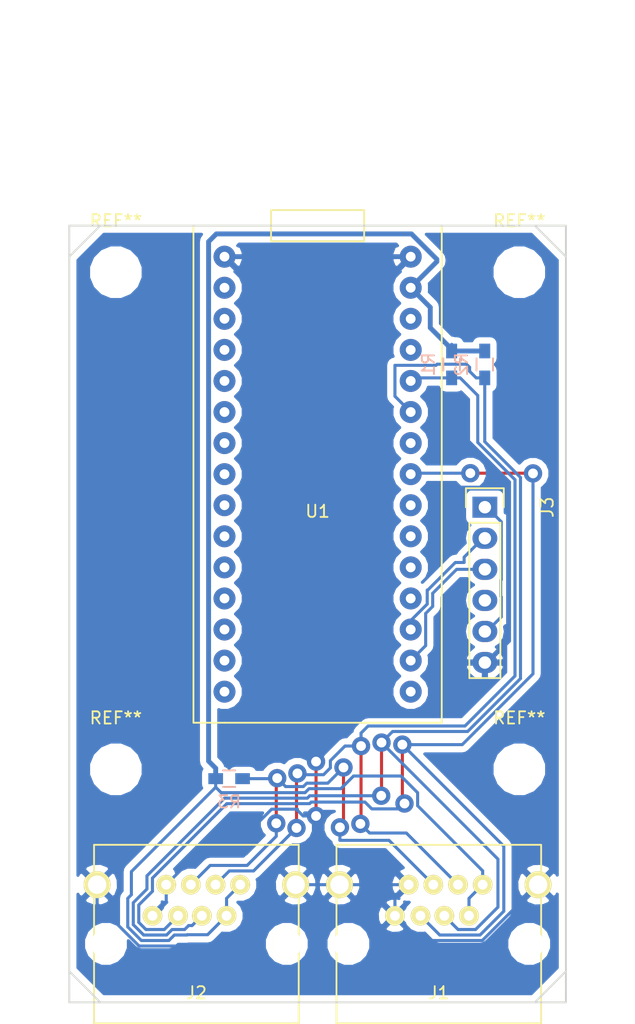
<source format=kicad_pcb>
(kicad_pcb (version 4) (host pcbnew 4.0.7)

  (general
    (links 30)
    (no_connects 0)
    (area 98.392857 70.96 150.527143 154.395001)
    (thickness 1.6)
    (drawings 11)
    (tracks 238)
    (zones 0)
    (modules 11)
    (nets 33)
  )

  (page A4)
  (layers
    (0 F.Cu signal)
    (31 B.Cu signal)
    (32 B.Adhes user)
    (33 F.Adhes user)
    (34 B.Paste user)
    (35 F.Paste user)
    (36 B.SilkS user)
    (37 F.SilkS user)
    (38 B.Mask user)
    (39 F.Mask user)
    (40 Dwgs.User user)
    (41 Cmts.User user)
    (42 Eco1.User user)
    (43 Eco2.User user)
    (44 Edge.Cuts user)
    (45 Margin user)
    (46 B.CrtYd user)
    (47 F.CrtYd user)
    (48 B.Fab user)
    (49 F.Fab user)
  )

  (setup
    (last_trace_width 0.25)
    (trace_clearance 0.2)
    (zone_clearance 0.508)
    (zone_45_only no)
    (trace_min 0.2)
    (segment_width 0.2)
    (edge_width 0.15)
    (via_size 1.5)
    (via_drill 0.8)
    (via_min_size 0.4)
    (via_min_drill 0.3)
    (uvia_size 0.3)
    (uvia_drill 0.1)
    (uvias_allowed no)
    (uvia_min_size 0.2)
    (uvia_min_drill 0.1)
    (pcb_text_width 0.3)
    (pcb_text_size 1.5 1.5)
    (mod_edge_width 0.15)
    (mod_text_size 1 1)
    (mod_text_width 0.15)
    (pad_size 1.524 1.524)
    (pad_drill 0.762)
    (pad_to_mask_clearance 0.2)
    (aux_axis_origin 0 0)
    (visible_elements FFFFFF7F)
    (pcbplotparams
      (layerselection 0x01000_80000000)
      (usegerberextensions false)
      (excludeedgelayer true)
      (linewidth 0.200000)
      (plotframeref false)
      (viasonmask false)
      (mode 1)
      (useauxorigin false)
      (hpglpennumber 1)
      (hpglpenspeed 20)
      (hpglpendiameter 15)
      (hpglpenoverlay 2)
      (psnegative false)
      (psa4output false)
      (plotreference true)
      (plotvalue true)
      (plotinvisibletext false)
      (padsonsilk false)
      (subtractmaskfromsilk false)
      (outputformat 1)
      (mirror false)
      (drillshape 0)
      (scaleselection 1)
      (outputdirectory ""))
  )

  (net 0 "")
  (net 1 GND)
  (net 2 SCL)
  (net 3 RESET)
  (net 4 INT)
  (net 5 SDA)
  (net 6 "Net-(J3-Pad1)")
  (net 7 "Net-(J3-Pad2)")
  (net 8 "Net-(J3-Pad3)")
  (net 9 "Net-(U1-Pad4)")
  (net 10 "Net-(U1-Pad3)")
  (net 11 "Net-(U1-Pad7)")
  (net 12 "Net-(U1-Pad5)")
  (net 13 "Net-(U1-Pad8)")
  (net 14 "Net-(U1-Pad9)")
  (net 15 "Net-(U1-Pad10)")
  (net 16 "Net-(U1-Pad6)")
  (net 17 "Net-(U1-Pad11)")
  (net 18 "Net-(U1-Pad2)")
  (net 19 "Net-(U1-Pad12)")
  (net 20 "Net-(U1-Pad13)")
  (net 21 "Net-(U1-Pad14)")
  (net 22 "Net-(U1-Pad15)")
  (net 23 "Net-(U1-Pad24)")
  (net 24 "Net-(U1-Pad22)")
  (net 25 "Net-(U1-Pad27)")
  (net 26 "Net-(U1-Pad28)")
  (net 27 "Net-(U1-Pad21)")
  (net 28 "Net-(U1-Pad20)")
  (net 29 "Net-(U1-Pad19)")
  (net 30 "Net-(U1-Pad16)")
  (net 31 VDD)
  (net 32 "Net-(J3-Pad4)")

  (net_class Default "これは標準のネット クラスです。"
    (clearance 0.2)
    (trace_width 0.25)
    (via_dia 1.5)
    (via_drill 0.8)
    (uvia_dia 0.3)
    (uvia_drill 0.1)
    (add_net INT)
    (add_net "Net-(J3-Pad1)")
    (add_net "Net-(J3-Pad2)")
    (add_net "Net-(J3-Pad3)")
    (add_net "Net-(J3-Pad4)")
    (add_net "Net-(U1-Pad10)")
    (add_net "Net-(U1-Pad11)")
    (add_net "Net-(U1-Pad12)")
    (add_net "Net-(U1-Pad13)")
    (add_net "Net-(U1-Pad14)")
    (add_net "Net-(U1-Pad15)")
    (add_net "Net-(U1-Pad16)")
    (add_net "Net-(U1-Pad19)")
    (add_net "Net-(U1-Pad2)")
    (add_net "Net-(U1-Pad20)")
    (add_net "Net-(U1-Pad21)")
    (add_net "Net-(U1-Pad22)")
    (add_net "Net-(U1-Pad24)")
    (add_net "Net-(U1-Pad27)")
    (add_net "Net-(U1-Pad28)")
    (add_net "Net-(U1-Pad3)")
    (add_net "Net-(U1-Pad4)")
    (add_net "Net-(U1-Pad5)")
    (add_net "Net-(U1-Pad6)")
    (add_net "Net-(U1-Pad7)")
    (add_net "Net-(U1-Pad8)")
    (add_net "Net-(U1-Pad9)")
    (add_net RESET)
    (add_net SCL)
    (add_net SDA)
  )

  (net_class power ""
    (clearance 0.2)
    (trace_width 0.4)
    (via_dia 1.5)
    (via_drill 0.8)
    (uvia_dia 0.3)
    (uvia_drill 0.1)
    (add_net GND)
    (add_net VDD)
  )

  (module LPC11U35-QUICKSTART-BOARD (layer F.Cu) (tedit 5A9D61C0) (tstamp 5A9ADBE2)
    (at 124.46 111.76)
    (path /5A9AD1F9)
    (fp_text reference U1 (at 0 0.5) (layer F.SilkS)
      (effects (font (size 1 1) (thickness 0.15)))
    )
    (fp_text value LPC11U35-QUICKSTART-BOARD (at 0 -0.5) (layer F.Fab)
      (effects (font (size 1 1) (thickness 0.15)))
    )
    (fp_line (start -10.16 -22.86) (end -8.89 -22.86) (layer F.SilkS) (width 0.15))
    (fp_line (start -10.16 17.78) (end -10.16 -22.86) (layer F.SilkS) (width 0.15))
    (fp_line (start -7.62 17.78) (end -10.16 17.78) (layer F.SilkS) (width 0.15))
    (fp_line (start 10.16 -22.86) (end 10.16 17.78) (layer F.SilkS) (width 0.15))
    (fp_line (start 8.89 -22.86) (end 10.16 -22.86) (layer F.SilkS) (width 0.15))
    (fp_line (start 3.81 -21.59) (end 0 -21.59) (layer F.SilkS) (width 0.15))
    (fp_line (start 3.81 -24.13) (end 3.81 -21.59) (layer F.SilkS) (width 0.15))
    (fp_line (start -3.81 -24.13) (end 3.81 -24.13) (layer F.SilkS) (width 0.15))
    (fp_line (start -3.81 -21.59) (end -3.81 -24.13) (layer F.SilkS) (width 0.15))
    (fp_line (start 0 -21.59) (end -3.81 -21.59) (layer F.SilkS) (width 0.15))
    (fp_line (start 10.16 17.78) (end -7.62 17.78) (layer F.SilkS) (width 0.15))
    (fp_line (start -8.89 -22.86) (end 8.89 -22.86) (layer F.SilkS) (width 0.15))
    (pad 4 thru_hole circle (at -7.62 -12.7) (size 1.8 1.8) (drill 0.8) (layers *.Cu *.Mask)
      (net 9 "Net-(U1-Pad4)"))
    (pad 3 thru_hole circle (at -7.62 -15.24) (size 1.8 1.8) (drill 0.8) (layers *.Cu *.Mask)
      (net 10 "Net-(U1-Pad3)"))
    (pad 7 thru_hole circle (at -7.62 -5.08) (size 1.8 1.8) (drill 0.8) (layers *.Cu *.Mask)
      (net 11 "Net-(U1-Pad7)"))
    (pad 5 thru_hole circle (at -7.62 -10.16) (size 1.8 1.8) (drill 0.8) (layers *.Cu *.Mask)
      (net 12 "Net-(U1-Pad5)"))
    (pad 8 thru_hole circle (at -7.62 -2.54) (size 1.8 1.8) (drill 0.8) (layers *.Cu *.Mask)
      (net 13 "Net-(U1-Pad8)"))
    (pad 9 thru_hole circle (at -7.62 0) (size 1.8 1.8) (drill 0.8) (layers *.Cu *.Mask)
      (net 14 "Net-(U1-Pad9)"))
    (pad 10 thru_hole circle (at -7.62 2.54) (size 1.8 1.8) (drill 0.8) (layers *.Cu *.Mask)
      (net 15 "Net-(U1-Pad10)"))
    (pad 6 thru_hole circle (at -7.62 -7.62) (size 1.8 1.8) (drill 0.8) (layers *.Cu *.Mask)
      (net 16 "Net-(U1-Pad6)"))
    (pad 11 thru_hole circle (at -7.62 5.08) (size 1.8 1.8) (drill 0.8) (layers *.Cu *.Mask)
      (net 17 "Net-(U1-Pad11)"))
    (pad 1 thru_hole circle (at -7.62 -20.32 90) (size 1.8 1.8) (drill 0.8) (layers *.Cu *.Mask)
      (net 1 GND))
    (pad 2 thru_hole circle (at -7.62 -17.78) (size 1.8 1.8) (drill 0.8) (layers *.Cu *.Mask)
      (net 18 "Net-(U1-Pad2)"))
    (pad 12 thru_hole circle (at -7.62 7.62) (size 1.8 1.8) (drill 0.8) (layers *.Cu *.Mask)
      (net 19 "Net-(U1-Pad12)"))
    (pad 13 thru_hole circle (at -7.62 10.16) (size 1.8 1.8) (drill 0.8) (layers *.Cu *.Mask)
      (net 20 "Net-(U1-Pad13)"))
    (pad 14 thru_hole circle (at -7.62 12.7) (size 1.8 1.8) (drill 0.8) (layers *.Cu *.Mask)
      (net 21 "Net-(U1-Pad14)"))
    (pad 15 thru_hole circle (at -7.62 15.24) (size 1.8 1.8) (drill 0.8) (layers *.Cu *.Mask)
      (net 22 "Net-(U1-Pad15)"))
    (pad 25 thru_hole circle (at 7.62 -7.62) (size 1.8 1.8) (drill 0.8) (layers *.Cu *.Mask)
      (net 2 SCL))
    (pad 24 thru_hole circle (at 7.62 -5.08) (size 1.8 1.8) (drill 0.8) (layers *.Cu *.Mask)
      (net 23 "Net-(U1-Pad24)"))
    (pad 23 thru_hole circle (at 7.62 -2.54) (size 1.8 1.8) (drill 0.8) (layers *.Cu *.Mask)
      (net 4 INT))
    (pad 22 thru_hole circle (at 7.62 0) (size 1.8 1.8) (drill 0.8) (layers *.Cu *.Mask)
      (net 24 "Net-(U1-Pad22)"))
    (pad 27 thru_hole circle (at 7.62 -12.7) (size 1.8 1.8) (drill 0.8) (layers *.Cu *.Mask)
      (net 25 "Net-(U1-Pad27)"))
    (pad 26 thru_hole circle (at 7.62 -10.16) (size 1.8 1.8) (drill 0.8) (layers *.Cu *.Mask)
      (net 5 SDA))
    (pad 29 thru_hole circle (at 7.62 -17.78) (size 1.8 1.8) (drill 0.8) (layers *.Cu *.Mask)
      (net 31 VDD))
    (pad 30 thru_hole circle (at 7.62 -20.32 90) (size 1.8 1.8) (drill 0.8) (layers *.Cu *.Mask)
      (net 1 GND))
    (pad 28 thru_hole circle (at 7.62 -15.24) (size 1.8 1.8) (drill 0.8) (layers *.Cu *.Mask)
      (net 26 "Net-(U1-Pad28)"))
    (pad 21 thru_hole circle (at 7.62 2.54) (size 1.8 1.8) (drill 0.8) (layers *.Cu *.Mask)
      (net 27 "Net-(U1-Pad21)"))
    (pad 17 thru_hole circle (at 7.62 12.7) (size 1.8 1.8) (drill 0.8) (layers *.Cu *.Mask)
      (net 8 "Net-(J3-Pad3)"))
    (pad 20 thru_hole circle (at 7.62 5.08) (size 1.8 1.8) (drill 0.8) (layers *.Cu *.Mask)
      (net 28 "Net-(U1-Pad20)"))
    (pad 19 thru_hole circle (at 7.62 7.62) (size 1.8 1.8) (drill 0.8) (layers *.Cu *.Mask)
      (net 29 "Net-(U1-Pad19)"))
    (pad 18 thru_hole circle (at 7.62 10.16) (size 1.8 1.8) (drill 0.8) (layers *.Cu *.Mask)
      (net 7 "Net-(J3-Pad2)"))
    (pad 16 thru_hole circle (at 7.62 15.24) (size 1.8 1.8) (drill 0.8) (layers *.Cu *.Mask)
      (net 30 "Net-(U1-Pad16)"))
  )

  (module Mounting_Holes:MountingHole_3.2mm_M3 (layer F.Cu) (tedit 56D1B4CB) (tstamp 5A9D3323)
    (at 140.97 92.71)
    (descr "Mounting Hole 3.2mm, no annular, M3")
    (tags "mounting hole 3.2mm no annular m3")
    (fp_text reference REF** (at 0 -4.2) (layer F.SilkS)
      (effects (font (size 1 1) (thickness 0.15)))
    )
    (fp_text value MountingHole_3.2mm_M3 (at 0 4.2) (layer F.Fab)
      (effects (font (size 1 1) (thickness 0.15)))
    )
    (fp_circle (center 0 0) (end 3.2 0) (layer Cmts.User) (width 0.15))
    (fp_circle (center 0 0) (end 3.45 0) (layer F.CrtYd) (width 0.05))
    (pad 1 np_thru_hole circle (at 0 0) (size 3.2 3.2) (drill 3.2) (layers *.Cu *.Mask))
  )

  (module Mounting_Holes:MountingHole_3.2mm_M3 (layer F.Cu) (tedit 56D1B4CB) (tstamp 5A9D331F)
    (at 107.95 92.71)
    (descr "Mounting Hole 3.2mm, no annular, M3")
    (tags "mounting hole 3.2mm no annular m3")
    (fp_text reference REF** (at 0 -4.2) (layer F.SilkS)
      (effects (font (size 1 1) (thickness 0.15)))
    )
    (fp_text value MountingHole_3.2mm_M3 (at 0 4.2) (layer F.Fab)
      (effects (font (size 1 1) (thickness 0.15)))
    )
    (fp_circle (center 0 0) (end 3.2 0) (layer Cmts.User) (width 0.15))
    (fp_circle (center 0 0) (end 3.45 0) (layer F.CrtYd) (width 0.05))
    (pad 1 np_thru_hole circle (at 0 0) (size 3.2 3.2) (drill 3.2) (layers *.Cu *.Mask))
  )

  (module Mounting_Holes:MountingHole_3.2mm_M3 (layer F.Cu) (tedit 56D1B4CB) (tstamp 5A9D331B)
    (at 107.95 133.35)
    (descr "Mounting Hole 3.2mm, no annular, M3")
    (tags "mounting hole 3.2mm no annular m3")
    (fp_text reference REF** (at 0 -4.2) (layer F.SilkS)
      (effects (font (size 1 1) (thickness 0.15)))
    )
    (fp_text value MountingHole_3.2mm_M3 (at 0 4.2) (layer F.Fab)
      (effects (font (size 1 1) (thickness 0.15)))
    )
    (fp_circle (center 0 0) (end 3.2 0) (layer Cmts.User) (width 0.15))
    (fp_circle (center 0 0) (end 3.45 0) (layer F.CrtYd) (width 0.05))
    (pad 1 np_thru_hole circle (at 0 0) (size 3.2 3.2) (drill 3.2) (layers *.Cu *.Mask))
  )

  (module footprint:RJ45-7810-XPXC (layer F.Cu) (tedit 5A9B9357) (tstamp 5A9ADB8D)
    (at 134.38 147.62)
    (path /5A9AD24D)
    (fp_text reference J1 (at 0 4) (layer F.SilkS)
      (effects (font (size 1 1) (thickness 0.15)))
    )
    (fp_text value RJ45 (at 0 -10) (layer F.Fab)
      (effects (font (size 1 1) (thickness 0.15)))
    )
    (fp_line (start 8.375 6.5) (end 8.375 -8.1) (layer F.SilkS) (width 0.15))
    (fp_line (start -8.375 6.5) (end 8.375 6.5) (layer F.SilkS) (width 0.15))
    (fp_line (start -8.375 6.5) (end -8.375 -8.1) (layer F.SilkS) (width 0.15))
    (fp_line (start -8.375 -8.1) (end 8.375 -8.1) (layer F.SilkS) (width 0.15))
    (pad "" np_thru_hole circle (at 7.4 0) (size 2.4 2.4) (drill 2.4) (layers *.Cu *.Mask F.SilkS))
    (pad "" np_thru_hole circle (at -7.4 0) (size 2.4 2.4) (drill 2.4) (layers *.Cu *.Mask F.SilkS))
    (pad 9 thru_hole circle (at 8.125 -4.84) (size 2.2 2.2) (drill 1.5) (layers *.Cu *.Mask F.SilkS)
      (net 1 GND))
    (pad 9 thru_hole circle (at -8.125 -4.84) (size 2.2 2.2) (drill 1.5) (layers *.Cu *.Mask F.SilkS)
      (net 1 GND))
    (pad 4 thru_hole circle (at 0.45 -2.3) (size 1.6 1.6) (drill 0.8) (layers *.Cu *.Mask F.SilkS)
      (net 2 SCL))
    (pad 2 thru_hole circle (at 2.47 -2.3) (size 1.6 1.6) (drill 0.8) (layers *.Cu *.Mask F.SilkS)
      (net 31 VDD))
    (pad 6 thru_hole circle (at -1.5 -2.3) (size 1.6 1.6) (drill 0.8) (layers *.Cu *.Mask F.SilkS)
      (net 4 INT))
    (pad 8 thru_hole circle (at -3.59 -2.3) (size 1.6 1.6) (drill 0.8) (layers *.Cu *.Mask F.SilkS)
      (net 1 GND))
    (pad 1 thru_hole circle (at 3.59 -4.84) (size 1.6 1.6) (drill 0.8) (layers *.Cu *.Mask F.SilkS)
      (net 31 VDD))
    (pad 3 thru_hole circle (at 1.57 -4.84) (size 1.6 1.6) (drill 0.8) (layers *.Cu *.Mask F.SilkS)
      (net 5 SDA))
    (pad 5 thru_hole circle (at -0.45 -4.84) (size 1.6 1.6) (drill 0.8) (layers *.Cu *.Mask F.SilkS)
      (net 3 RESET))
    (pad 7 thru_hole circle (at -2.47 -4.84) (size 1.6 1.6) (drill 0.8) (layers *.Cu *.Mask F.SilkS)
      (net 1 GND))
  )

  (module RJ45-7810-XPXC (layer F.Cu) (tedit 5A9B9357) (tstamp 5A9ADBA1)
    (at 114.54 147.62)
    (path /5A9AD4BB)
    (fp_text reference J2 (at 0 4) (layer F.SilkS)
      (effects (font (size 1 1) (thickness 0.15)))
    )
    (fp_text value RJ45 (at 0 -10) (layer F.Fab)
      (effects (font (size 1 1) (thickness 0.15)))
    )
    (fp_line (start 8.375 6.5) (end 8.375 -8.1) (layer F.SilkS) (width 0.15))
    (fp_line (start -8.375 6.5) (end 8.375 6.5) (layer F.SilkS) (width 0.15))
    (fp_line (start -8.375 6.5) (end -8.375 -8.1) (layer F.SilkS) (width 0.15))
    (fp_line (start -8.375 -8.1) (end 8.375 -8.1) (layer F.SilkS) (width 0.15))
    (pad "" np_thru_hole circle (at 7.4 0) (size 2.4 2.4) (drill 2.4) (layers *.Cu *.Mask F.SilkS))
    (pad "" np_thru_hole circle (at -7.4 0) (size 2.4 2.4) (drill 2.4) (layers *.Cu *.Mask F.SilkS))
    (pad 9 thru_hole circle (at 8.125 -4.84) (size 2.2 2.2) (drill 1.5) (layers *.Cu *.Mask F.SilkS)
      (net 1 GND))
    (pad 9 thru_hole circle (at -8.125 -4.84) (size 2.2 2.2) (drill 1.5) (layers *.Cu *.Mask F.SilkS)
      (net 1 GND))
    (pad 4 thru_hole circle (at 0.45 -2.3) (size 1.6 1.6) (drill 0.8) (layers *.Cu *.Mask F.SilkS)
      (net 2 SCL))
    (pad 2 thru_hole circle (at 2.47 -2.3) (size 1.6 1.6) (drill 0.8) (layers *.Cu *.Mask F.SilkS)
      (net 31 VDD))
    (pad 6 thru_hole circle (at -1.5 -2.3) (size 1.6 1.6) (drill 0.8) (layers *.Cu *.Mask F.SilkS)
      (net 4 INT))
    (pad 8 thru_hole circle (at -3.59 -2.3) (size 1.6 1.6) (drill 0.8) (layers *.Cu *.Mask F.SilkS)
      (net 1 GND))
    (pad 1 thru_hole circle (at 3.59 -4.84) (size 1.6 1.6) (drill 0.8) (layers *.Cu *.Mask F.SilkS)
      (net 31 VDD))
    (pad 3 thru_hole circle (at 1.57 -4.84) (size 1.6 1.6) (drill 0.8) (layers *.Cu *.Mask F.SilkS)
      (net 5 SDA))
    (pad 5 thru_hole circle (at -0.45 -4.84) (size 1.6 1.6) (drill 0.8) (layers *.Cu *.Mask F.SilkS)
      (net 3 RESET))
    (pad 7 thru_hole circle (at -2.47 -4.84) (size 1.6 1.6) (drill 0.8) (layers *.Cu *.Mask F.SilkS)
      (net 1 GND))
  )

  (module Socket_Strips:Socket_Strip_Straight_1x06 (layer F.Cu) (tedit 0) (tstamp 5A9ADBAB)
    (at 138.15 111.92 270)
    (descr "Through hole socket strip")
    (tags "socket strip")
    (path /5A9ADACD)
    (fp_text reference J3 (at 0 -5.1 270) (layer F.SilkS)
      (effects (font (size 1 1) (thickness 0.15)))
    )
    (fp_text value Serial (at 0 -3.1 270) (layer F.Fab)
      (effects (font (size 1 1) (thickness 0.15)))
    )
    (fp_line (start -1.75 -1.75) (end -1.75 1.75) (layer F.CrtYd) (width 0.05))
    (fp_line (start 14.45 -1.75) (end 14.45 1.75) (layer F.CrtYd) (width 0.05))
    (fp_line (start -1.75 -1.75) (end 14.45 -1.75) (layer F.CrtYd) (width 0.05))
    (fp_line (start -1.75 1.75) (end 14.45 1.75) (layer F.CrtYd) (width 0.05))
    (fp_line (start 1.27 1.27) (end 13.97 1.27) (layer F.SilkS) (width 0.15))
    (fp_line (start 13.97 1.27) (end 13.97 -1.27) (layer F.SilkS) (width 0.15))
    (fp_line (start 13.97 -1.27) (end 1.27 -1.27) (layer F.SilkS) (width 0.15))
    (fp_line (start -1.55 1.55) (end 0 1.55) (layer F.SilkS) (width 0.15))
    (fp_line (start 1.27 1.27) (end 1.27 -1.27) (layer F.SilkS) (width 0.15))
    (fp_line (start 0 -1.55) (end -1.55 -1.55) (layer F.SilkS) (width 0.15))
    (fp_line (start -1.55 -1.55) (end -1.55 1.55) (layer F.SilkS) (width 0.15))
    (pad 1 thru_hole rect (at 0 0 270) (size 1.7272 2.032) (drill 1.016) (layers *.Cu *.Mask)
      (net 6 "Net-(J3-Pad1)"))
    (pad 2 thru_hole oval (at 2.54 0 270) (size 1.7272 2.032) (drill 1.016) (layers *.Cu *.Mask)
      (net 7 "Net-(J3-Pad2)"))
    (pad 3 thru_hole oval (at 5.08 0 270) (size 1.7272 2.032) (drill 1.016) (layers *.Cu *.Mask)
      (net 8 "Net-(J3-Pad3)"))
    (pad 4 thru_hole oval (at 7.62 0 270) (size 1.7272 2.032) (drill 1.016) (layers *.Cu *.Mask)
      (net 32 "Net-(J3-Pad4)"))
    (pad 5 thru_hole oval (at 10.16 0 270) (size 1.7272 2.032) (drill 1.016) (layers *.Cu *.Mask)
      (net 6 "Net-(J3-Pad1)"))
    (pad 6 thru_hole oval (at 12.7 0 270) (size 1.7272 2.032) (drill 1.016) (layers *.Cu *.Mask)
      (net 1 GND))
    (model Socket_Strips.3dshapes/Socket_Strip_Straight_1x06.wrl
      (at (xyz 0.25 0 0))
      (scale (xyz 1 1 1))
      (rotate (xyz 0 0 180))
    )
  )

  (module Resistors_SMD:R_0603_HandSoldering (layer B.Cu) (tedit 58307AEF) (tstamp 5A9ADBB1)
    (at 135.43 100.25 270)
    (descr "Resistor SMD 0603, hand soldering")
    (tags "resistor 0603")
    (path /5A9AD547)
    (attr smd)
    (fp_text reference R1 (at 0 1.9 270) (layer B.SilkS)
      (effects (font (size 1 1) (thickness 0.15)) (justify mirror))
    )
    (fp_text value 2k (at 0 -1.9 270) (layer B.Fab)
      (effects (font (size 1 1) (thickness 0.15)) (justify mirror))
    )
    (fp_line (start -0.8 -0.4) (end -0.8 0.4) (layer B.Fab) (width 0.1))
    (fp_line (start 0.8 -0.4) (end -0.8 -0.4) (layer B.Fab) (width 0.1))
    (fp_line (start 0.8 0.4) (end 0.8 -0.4) (layer B.Fab) (width 0.1))
    (fp_line (start -0.8 0.4) (end 0.8 0.4) (layer B.Fab) (width 0.1))
    (fp_line (start -2 0.8) (end 2 0.8) (layer B.CrtYd) (width 0.05))
    (fp_line (start -2 -0.8) (end 2 -0.8) (layer B.CrtYd) (width 0.05))
    (fp_line (start -2 0.8) (end -2 -0.8) (layer B.CrtYd) (width 0.05))
    (fp_line (start 2 0.8) (end 2 -0.8) (layer B.CrtYd) (width 0.05))
    (fp_line (start 0.5 -0.675) (end -0.5 -0.675) (layer B.SilkS) (width 0.15))
    (fp_line (start -0.5 0.675) (end 0.5 0.675) (layer B.SilkS) (width 0.15))
    (pad 1 smd rect (at -1.1 0 270) (size 1.2 0.9) (layers B.Cu B.Paste B.Mask)
      (net 31 VDD))
    (pad 2 smd rect (at 1.1 0 270) (size 1.2 0.9) (layers B.Cu B.Paste B.Mask)
      (net 5 SDA))
    (model Resistors_SMD.3dshapes/R_0603_HandSoldering.wrl
      (at (xyz 0 0 0))
      (scale (xyz 1 1 1))
      (rotate (xyz 0 0 0))
    )
  )

  (module Resistors_SMD:R_0603_HandSoldering (layer B.Cu) (tedit 58307AEF) (tstamp 5A9ADBB7)
    (at 138.14 100.25 270)
    (descr "Resistor SMD 0603, hand soldering")
    (tags "resistor 0603")
    (path /5A9AD5C1)
    (attr smd)
    (fp_text reference R2 (at 0 1.9 270) (layer B.SilkS)
      (effects (font (size 1 1) (thickness 0.15)) (justify mirror))
    )
    (fp_text value 2k (at 0 -1.9 270) (layer B.Fab)
      (effects (font (size 1 1) (thickness 0.15)) (justify mirror))
    )
    (fp_line (start -0.8 -0.4) (end -0.8 0.4) (layer B.Fab) (width 0.1))
    (fp_line (start 0.8 -0.4) (end -0.8 -0.4) (layer B.Fab) (width 0.1))
    (fp_line (start 0.8 0.4) (end 0.8 -0.4) (layer B.Fab) (width 0.1))
    (fp_line (start -0.8 0.4) (end 0.8 0.4) (layer B.Fab) (width 0.1))
    (fp_line (start -2 0.8) (end 2 0.8) (layer B.CrtYd) (width 0.05))
    (fp_line (start -2 -0.8) (end 2 -0.8) (layer B.CrtYd) (width 0.05))
    (fp_line (start -2 0.8) (end -2 -0.8) (layer B.CrtYd) (width 0.05))
    (fp_line (start 2 0.8) (end 2 -0.8) (layer B.CrtYd) (width 0.05))
    (fp_line (start 0.5 -0.675) (end -0.5 -0.675) (layer B.SilkS) (width 0.15))
    (fp_line (start -0.5 0.675) (end 0.5 0.675) (layer B.SilkS) (width 0.15))
    (pad 1 smd rect (at -1.1 0 270) (size 1.2 0.9) (layers B.Cu B.Paste B.Mask)
      (net 31 VDD))
    (pad 2 smd rect (at 1.1 0 270) (size 1.2 0.9) (layers B.Cu B.Paste B.Mask)
      (net 2 SCL))
    (model Resistors_SMD.3dshapes/R_0603_HandSoldering.wrl
      (at (xyz 0 0 0))
      (scale (xyz 1 1 1))
      (rotate (xyz 0 0 0))
    )
  )

  (module Resistors_SMD:R_0603_HandSoldering (layer B.Cu) (tedit 58307AEF) (tstamp 5A9ADEF4)
    (at 117.221 134.112)
    (descr "Resistor SMD 0603, hand soldering")
    (tags "resistor 0603")
    (path /5A9AE40D)
    (attr smd)
    (fp_text reference R3 (at 0 1.9) (layer B.SilkS)
      (effects (font (size 1 1) (thickness 0.15)) (justify mirror))
    )
    (fp_text value 2k (at 0 -1.9) (layer B.Fab)
      (effects (font (size 1 1) (thickness 0.15)) (justify mirror))
    )
    (fp_line (start -0.8 -0.4) (end -0.8 0.4) (layer B.Fab) (width 0.1))
    (fp_line (start 0.8 -0.4) (end -0.8 -0.4) (layer B.Fab) (width 0.1))
    (fp_line (start 0.8 0.4) (end 0.8 -0.4) (layer B.Fab) (width 0.1))
    (fp_line (start -0.8 0.4) (end 0.8 0.4) (layer B.Fab) (width 0.1))
    (fp_line (start -2 0.8) (end 2 0.8) (layer B.CrtYd) (width 0.05))
    (fp_line (start -2 -0.8) (end 2 -0.8) (layer B.CrtYd) (width 0.05))
    (fp_line (start -2 0.8) (end -2 -0.8) (layer B.CrtYd) (width 0.05))
    (fp_line (start 2 0.8) (end 2 -0.8) (layer B.CrtYd) (width 0.05))
    (fp_line (start 0.5 -0.675) (end -0.5 -0.675) (layer B.SilkS) (width 0.15))
    (fp_line (start -0.5 0.675) (end 0.5 0.675) (layer B.SilkS) (width 0.15))
    (pad 1 smd rect (at -1.1 0) (size 1.2 0.9) (layers B.Cu B.Paste B.Mask)
      (net 31 VDD))
    (pad 2 smd rect (at 1.1 0) (size 1.2 0.9) (layers B.Cu B.Paste B.Mask)
      (net 3 RESET))
    (model Resistors_SMD.3dshapes/R_0603_HandSoldering.wrl
      (at (xyz 0 0 0))
      (scale (xyz 1 1 1))
      (rotate (xyz 0 0 0))
    )
  )

  (module Mounting_Holes:MountingHole_3.2mm_M3 (layer F.Cu) (tedit 56D1B4CB) (tstamp 5A9D3318)
    (at 140.97 133.35)
    (descr "Mounting Hole 3.2mm, no annular, M3")
    (tags "mounting hole 3.2mm no annular m3")
    (fp_text reference REF** (at 0 -4.2) (layer F.SilkS)
      (effects (font (size 1 1) (thickness 0.15)))
    )
    (fp_text value MountingHole_3.2mm_M3 (at 0 4.2) (layer F.Fab)
      (effects (font (size 1 1) (thickness 0.15)))
    )
    (fp_circle (center 0 0) (end 3.2 0) (layer Cmts.User) (width 0.15))
    (fp_circle (center 0 0) (end 3.45 0) (layer F.CrtYd) (width 0.05))
    (pad 1 np_thru_hole circle (at 0 0) (size 3.2 3.2) (drill 3.2) (layers *.Cu *.Mask))
  )

  (gr_line (start 106.68 152.4) (end 104.14 149.86) (layer Edge.Cuts) (width 0.15))
  (gr_line (start 142.24 152.4) (end 144.78 149.86) (layer Edge.Cuts) (width 0.15))
  (gr_line (start 142.24 88.9) (end 144.78 91.44) (layer Edge.Cuts) (width 0.15))
  (gr_line (start 104.14 91.44) (end 106.68 88.9) (layer Edge.Cuts) (width 0.15))
  (dimension 20.32 (width 0.3) (layer Dwgs.User)
    (gr_text "20.320 mm" (at 114.3 77.39) (layer Dwgs.User)
      (effects (font (size 1.5 1.5) (thickness 0.3)))
    )
    (feature1 (pts (xy 124.46 88.9) (xy 124.46 76.04)))
    (feature2 (pts (xy 104.14 88.9) (xy 104.14 76.04)))
    (crossbar (pts (xy 104.14 78.74) (xy 124.46 78.74)))
    (arrow1a (pts (xy 124.46 78.74) (xy 123.333496 79.326421)))
    (arrow1b (pts (xy 124.46 78.74) (xy 123.333496 78.153579)))
    (arrow2a (pts (xy 104.14 78.74) (xy 105.266504 79.326421)))
    (arrow2b (pts (xy 104.14 78.74) (xy 105.266504 78.153579)))
  )
  (dimension 40.64 (width 0.3) (layer Dwgs.User)
    (gr_text "40.640 mm" (at 124.46 72.31) (layer Dwgs.User)
      (effects (font (size 1.5 1.5) (thickness 0.3)))
    )
    (feature1 (pts (xy 144.78 88.9) (xy 144.78 70.96)))
    (feature2 (pts (xy 104.14 88.9) (xy 104.14 70.96)))
    (crossbar (pts (xy 104.14 73.66) (xy 144.78 73.66)))
    (arrow1a (pts (xy 144.78 73.66) (xy 143.653496 74.246421)))
    (arrow1b (pts (xy 144.78 73.66) (xy 143.653496 73.073579)))
    (arrow2a (pts (xy 104.14 73.66) (xy 105.266504 74.246421)))
    (arrow2b (pts (xy 104.14 73.66) (xy 105.266504 73.073579)))
  )
  (gr_line (start 124.46 88.9) (end 124.46 78.74) (layer Cmts.User) (width 0.2))
  (gr_line (start 104.14 88.9) (end 104.14 152.4) (layer Edge.Cuts) (width 0.15))
  (gr_line (start 144.78 88.9) (end 104.14 88.9) (layer Edge.Cuts) (width 0.15))
  (gr_line (start 144.78 152.4) (end 144.78 88.9) (layer Edge.Cuts) (width 0.15))
  (gr_line (start 104.14 152.4) (end 144.78 152.4) (layer Edge.Cuts) (width 0.15))

  (segment (start 139.37 110.36) (end 135.43 110.36) (width 0.4) (layer B.Cu) (net 1))
  (segment (start 139.84 109.89) (end 139.37 110.36) (width 0.4) (layer B.Cu) (net 1))
  (segment (start 140.09 109.89) (end 139.84 109.89) (width 0.4) (layer B.Cu) (net 1))
  (segment (start 136.55 106.35) (end 135.08 106.35) (width 0.4) (layer B.Cu) (net 1))
  (segment (start 140.09 109.89) (end 136.55 106.35) (width 0.4) (layer B.Cu) (net 1))
  (segment (start 140.09 122.8324) (end 140.09 109.89) (width 0.4) (layer B.Cu) (net 1))
  (segment (start 138.15 124.62) (end 138.3024 124.62) (width 0.4) (layer B.Cu) (net 1))
  (segment (start 138.3024 124.62) (end 140.09 122.8324) (width 0.4) (layer B.Cu) (net 1))
  (segment (start 132.08 91.44) (end 124.22 91.44) (width 0.4) (layer B.Cu) (net 1) (status 10))
  (segment (start 124.22 91.44) (end 116.84 91.44) (width 0.4) (layer B.Cu) (net 1) (status 20))
  (segment (start 124.333 132.715) (end 124.333 91.553) (width 0.4) (layer B.Cu) (net 1))
  (segment (start 124.333 91.553) (end 124.22 91.44) (width 0.4) (layer B.Cu) (net 1))
  (segment (start 137.283 127) (end 138.15 126.133) (width 0.25) (layer B.Cu) (net 1))
  (segment (start 138.15 126.133) (end 138.15 124.62) (width 0.25) (layer B.Cu) (net 1) (status 20))
  (segment (start 106.415 144.35923) (end 109.850798 147.795028) (width 0.25) (layer B.Cu) (net 1))
  (segment (start 106.415 142.78) (end 106.415 144.35923) (width 0.25) (layer B.Cu) (net 1) (status 10))
  (segment (start 109.850798 147.795028) (end 117.649972 147.795028) (width 0.25) (layer B.Cu) (net 1))
  (segment (start 117.649972 147.795028) (end 122.665 142.78) (width 0.25) (layer B.Cu) (net 1) (status 20))
  (segment (start 126.255 142.78) (end 122.665 142.78) (width 0.25) (layer B.Cu) (net 1) (status 30))
  (segment (start 124.333 137.159996) (end 124.333 141.112) (width 0.25) (layer B.Cu) (net 1))
  (segment (start 124.333 141.112) (end 122.665 142.78) (width 0.25) (layer B.Cu) (net 1) (status 20))
  (segment (start 122.807706 136.606046) (end 122.807706 136.695362) (width 0.25) (layer B.Cu) (net 1))
  (segment (start 122.807706 136.695362) (end 123.27234 137.159996) (width 0.25) (layer B.Cu) (net 1))
  (segment (start 123.27234 137.159996) (end 124.333 137.159996) (width 0.25) (layer B.Cu) (net 1))
  (segment (start 142.505 142.78) (end 137.939977 147.345023) (width 0.25) (layer B.Cu) (net 1) (status 10))
  (segment (start 132.815023 147.345023) (end 130.79 145.32) (width 0.25) (layer B.Cu) (net 1) (status 20))
  (segment (start 137.939977 147.345023) (end 132.815023 147.345023) (width 0.25) (layer B.Cu) (net 1))
  (segment (start 126.255 142.78) (end 131.91 142.78) (width 0.25) (layer B.Cu) (net 1) (status 30))
  (segment (start 112.07 142.78) (end 114.59 140.26) (width 0.25) (layer B.Cu) (net 1) (status 10))
  (segment (start 114.59 140.26) (end 118.615 140.26) (width 0.25) (layer B.Cu) (net 1))
  (segment (start 118.615 140.26) (end 119.38 139.495) (width 0.25) (layer B.Cu) (net 1))
  (segment (start 112.07 142.78) (end 112.07 144.2) (width 0.25) (layer B.Cu) (net 1) (status 10))
  (segment (start 112.07 144.2) (end 110.95 145.32) (width 0.25) (layer B.Cu) (net 1) (status 20))
  (segment (start 130.79 145.32) (end 130.79 143.9) (width 0.25) (layer B.Cu) (net 1) (status 10))
  (segment (start 130.79 143.9) (end 131.91 142.78) (width 0.25) (layer B.Cu) (net 1) (status 20))
  (segment (start 136.017 127) (end 137.283 127) (width 0.25) (layer B.Cu) (net 1))
  (segment (start 132.891 128.86) (end 128.188 128.86) (width 0.25) (layer B.Cu) (net 1))
  (segment (start 128.188 128.86) (end 124.333 132.715) (width 0.25) (layer B.Cu) (net 1))
  (segment (start 136.017 127) (end 134.751 127) (width 0.25) (layer B.Cu) (net 1))
  (segment (start 134.751 127) (end 132.891 128.86) (width 0.25) (layer B.Cu) (net 1))
  (segment (start 119.38 139.495) (end 119.38 137.92482) (width 0.25) (layer B.Cu) (net 1))
  (segment (start 119.38 137.92482) (end 120.698774 136.606046) (width 0.25) (layer B.Cu) (net 1))
  (segment (start 120.698774 136.606046) (end 122.807706 136.606046) (width 0.25) (layer B.Cu) (net 1))
  (via (at 124.333 132.715) (size 1.5) (drill 0.8) (layers F.Cu B.Cu) (net 1))
  (segment (start 124.333 137.159996) (end 124.333 132.715) (width 0.25) (layer F.Cu) (net 1))
  (via (at 124.333 137.159996) (size 1.5) (drill 0.8) (layers F.Cu B.Cu) (net 1))
  (segment (start 124.206 137.286996) (end 124.333 137.159996) (width 0.25) (layer B.Cu) (net 1))
  (segment (start 136.017 127) (end 135.8646 127) (width 0.25) (layer B.Cu) (net 1))
  (segment (start 129.692307 131.162093) (end 130.598386 130.256014) (width 0.25) (layer B.Cu) (net 2))
  (segment (start 138.14 106.561112) (end 138.14 102.2) (width 0.25) (layer B.Cu) (net 2))
  (segment (start 141.065022 125.928568) (end 141.065022 109.486134) (width 0.25) (layer B.Cu) (net 2))
  (segment (start 141.065022 109.486134) (end 138.14 106.561112) (width 0.25) (layer B.Cu) (net 2))
  (segment (start 130.598386 130.256014) (end 136.737576 130.256014) (width 0.25) (layer B.Cu) (net 2))
  (segment (start 136.737576 130.256014) (end 141.065022 125.928568) (width 0.25) (layer B.Cu) (net 2))
  (segment (start 138.14 102.2) (end 138.14 101.35) (width 0.25) (layer B.Cu) (net 2))
  (segment (start 138.14 101.35) (end 137.44 101.35) (width 0.25) (layer B.Cu) (net 2) (status 10))
  (segment (start 137.44 101.35) (end 136.9 100.81) (width 0.25) (layer B.Cu) (net 2))
  (segment (start 136.9 100.81) (end 136.9 100.48) (width 0.25) (layer B.Cu) (net 2))
  (segment (start 134.24 100.23) (end 134.15 100.32) (width 0.25) (layer B.Cu) (net 2))
  (segment (start 136.9 100.48) (end 136.65 100.23) (width 0.25) (layer B.Cu) (net 2))
  (segment (start 136.65 100.23) (end 134.24 100.23) (width 0.25) (layer B.Cu) (net 2))
  (segment (start 134.15 100.32) (end 130.79 100.32) (width 0.25) (layer B.Cu) (net 2))
  (segment (start 130.79 102.85) (end 132.08 104.14) (width 0.25) (layer B.Cu) (net 2) (status 20))
  (segment (start 130.79 100.32) (end 130.79 102.85) (width 0.25) (layer B.Cu) (net 2))
  (segment (start 109.374991 144.253599) (end 110.494988 143.133602) (width 0.25) (layer B.Cu) (net 2))
  (segment (start 116.842563 135.706024) (end 123.621811 135.706024) (width 0.25) (layer B.Cu) (net 2))
  (segment (start 123.818835 135.509) (end 129.667 135.509) (width 0.25) (layer B.Cu) (net 2))
  (segment (start 110.494988 143.133602) (end 110.494988 142.053599) (width 0.25) (layer B.Cu) (net 2))
  (segment (start 110.494988 142.053599) (end 116.842563 135.706024) (width 0.25) (layer B.Cu) (net 2))
  (segment (start 112.551409 146.445001) (end 112.101399 146.895011) (width 0.25) (layer B.Cu) (net 2))
  (segment (start 110.223598 146.89501) (end 109.37499 146.046402) (width 0.25) (layer B.Cu) (net 2))
  (segment (start 113.580001 146.445001) (end 112.551409 146.445001) (width 0.25) (layer B.Cu) (net 2))
  (segment (start 113.905003 146.119999) (end 113.580001 146.445001) (width 0.25) (layer B.Cu) (net 2))
  (segment (start 114.99 145.32) (end 114.190001 146.119999) (width 0.25) (layer B.Cu) (net 2) (status 10))
  (segment (start 123.621811 135.706024) (end 123.818835 135.509) (width 0.25) (layer B.Cu) (net 2))
  (segment (start 109.37499 146.046402) (end 109.374991 144.253599) (width 0.25) (layer B.Cu) (net 2))
  (segment (start 114.190001 146.119999) (end 113.905003 146.119999) (width 0.25) (layer B.Cu) (net 2))
  (segment (start 112.101399 146.895011) (end 110.223598 146.89501) (width 0.25) (layer B.Cu) (net 2))
  (segment (start 134.83 145.32) (end 135.955001 146.445001) (width 0.25) (layer B.Cu) (net 2) (status 10))
  (segment (start 135.955001 146.445001) (end 137.390001 146.445001) (width 0.25) (layer B.Cu) (net 2))
  (segment (start 139.22 144.615002) (end 139.22 140.689786) (width 0.25) (layer B.Cu) (net 2))
  (segment (start 137.390001 146.445001) (end 139.22 144.615002) (width 0.25) (layer B.Cu) (net 2))
  (segment (start 139.22 140.689786) (end 129.692307 131.162093) (width 0.25) (layer B.Cu) (net 2))
  (segment (start 129.692307 135.483693) (end 129.667 135.509) (width 0.25) (layer F.Cu) (net 2))
  (segment (start 129.692307 131.162093) (end 129.692307 135.483693) (width 0.25) (layer F.Cu) (net 2))
  (via (at 129.667 135.509) (size 1.5) (drill 0.8) (layers F.Cu B.Cu) (net 2))
  (via (at 129.692307 131.162093) (size 1.5) (drill 0.8) (layers F.Cu B.Cu) (net 2))
  (segment (start 133.93 142.78) (end 130.304116 139.154116) (width 0.25) (layer B.Cu) (net 3) (status 10))
  (segment (start 130.304116 139.154116) (end 126.286423 139.154116) (width 0.25) (layer B.Cu) (net 3))
  (segment (start 115.665012 141.204988) (end 114.09 142.78) (width 0.25) (layer B.Cu) (net 3) (status 20))
  (segment (start 118.693982 141.204988) (end 115.665012 141.204988) (width 0.25) (layer B.Cu) (net 3))
  (segment (start 121.076865 138.822105) (end 118.693982 141.204988) (width 0.25) (layer B.Cu) (net 3))
  (segment (start 121.076865 137.761445) (end 121.076865 138.822105) (width 0.25) (layer B.Cu) (net 3))
  (segment (start 118.321 134.112) (end 121.112231 134.112) (width 0.25) (layer B.Cu) (net 3) (status 10))
  (segment (start 121.112231 134.112) (end 121.153624 134.070607) (width 0.25) (layer B.Cu) (net 3))
  (segment (start 126.579944 137.799935) (end 126.286423 138.093456) (width 0.25) (layer F.Cu) (net 3))
  (segment (start 126.579944 133.196777) (end 126.579944 137.799935) (width 0.25) (layer F.Cu) (net 3))
  (via (at 126.286423 138.093456) (size 1.5) (drill 0.8) (layers F.Cu B.Cu) (net 3))
  (segment (start 126.286423 139.154116) (end 126.286423 138.093456) (width 0.25) (layer B.Cu) (net 3))
  (segment (start 125.295756 134.480965) (end 126.579944 133.196777) (width 0.25) (layer B.Cu) (net 3))
  (segment (start 123.295709 134.759304) (end 123.574048 134.480965) (width 0.25) (layer B.Cu) (net 3))
  (segment (start 123.574048 134.480965) (end 125.295756 134.480965) (width 0.25) (layer B.Cu) (net 3))
  (segment (start 121.842321 134.759304) (end 123.295709 134.759304) (width 0.25) (layer B.Cu) (net 3))
  (segment (start 121.153624 134.070607) (end 121.842321 134.759304) (width 0.25) (layer B.Cu) (net 3))
  (via (at 126.579944 133.196777) (size 1.5) (drill 0.8) (layers F.Cu B.Cu) (net 3))
  (segment (start 121.076865 134.147366) (end 121.153624 134.070607) (width 0.25) (layer F.Cu) (net 3))
  (segment (start 121.076865 137.761445) (end 121.076865 134.147366) (width 0.25) (layer F.Cu) (net 3))
  (via (at 121.153624 134.070607) (size 1.5) (drill 0.8) (layers F.Cu B.Cu) (net 3))
  (via (at 121.076865 137.761445) (size 1.5) (drill 0.8) (layers F.Cu B.Cu) (net 3))
  (segment (start 142.088821 110.218948) (end 142.088821 109.158288) (width 0.25) (layer B.Cu) (net 4))
  (segment (start 136.96 109.14) (end 142.070533 109.14) (width 0.25) (layer F.Cu) (net 4))
  (segment (start 136.298976 131.331024) (end 142.088821 125.541179) (width 0.25) (layer B.Cu) (net 4))
  (segment (start 142.070533 109.14) (end 142.088821 109.158288) (width 0.25) (layer F.Cu) (net 4))
  (segment (start 131.397592 131.331024) (end 136.298976 131.331024) (width 0.25) (layer B.Cu) (net 4))
  (segment (start 142.088821 125.541179) (end 142.088821 110.218948) (width 0.25) (layer B.Cu) (net 4))
  (via (at 142.088821 109.158288) (size 1.5) (drill 0.8) (layers F.Cu B.Cu) (net 4))
  (segment (start 136.96 109.14) (end 132.16 109.14) (width 0.25) (layer B.Cu) (net 4) (status 20))
  (segment (start 132.16 109.14) (end 132.08 109.22) (width 0.25) (layer B.Cu) (net 4) (status 30))
  (via (at 136.96 109.14) (size 1.5) (drill 0.8) (layers F.Cu B.Cu) (net 4))
  (segment (start 139.700009 139.633441) (end 131.397592 131.331024) (width 0.25) (layer B.Cu) (net 4))
  (segment (start 137.753578 146.895012) (end 139.700009 144.948581) (width 0.25) (layer B.Cu) (net 4))
  (segment (start 132.88 145.32) (end 134.455012 146.895012) (width 0.25) (layer B.Cu) (net 4) (status 10))
  (segment (start 139.700009 144.948581) (end 139.700009 139.633441) (width 0.25) (layer B.Cu) (net 4))
  (segment (start 134.455012 146.895012) (end 137.753578 146.895012) (width 0.25) (layer B.Cu) (net 4))
  (segment (start 123.808211 136.156035) (end 123.939244 136.025002) (width 0.25) (layer B.Cu) (net 4))
  (segment (start 110.944999 142.239999) (end 117.028963 136.156035) (width 0.25) (layer B.Cu) (net 4))
  (segment (start 111.914999 146.445001) (end 110.409999 146.445001) (width 0.25) (layer B.Cu) (net 4))
  (segment (start 117.028963 136.156035) (end 123.808211 136.156035) (width 0.25) (layer B.Cu) (net 4))
  (segment (start 109.824999 145.860001) (end 109.824999 144.440001) (width 0.25) (layer B.Cu) (net 4))
  (segment (start 123.939244 136.025002) (end 128.337998 136.025002) (width 0.25) (layer B.Cu) (net 4))
  (segment (start 109.824999 144.440001) (end 110.944999 143.320001) (width 0.25) (layer B.Cu) (net 4))
  (segment (start 110.409999 146.445001) (end 109.824999 145.860001) (width 0.25) (layer B.Cu) (net 4))
  (segment (start 128.337998 136.025002) (end 128.896998 136.584002) (width 0.25) (layer B.Cu) (net 4))
  (segment (start 113.04 145.32) (end 111.914999 146.445001) (width 0.25) (layer B.Cu) (net 4) (status 10))
  (segment (start 110.944999 143.320001) (end 110.944999 142.239999) (width 0.25) (layer B.Cu) (net 4))
  (segment (start 128.896998 136.584002) (end 131.131998 136.584002) (width 0.25) (layer B.Cu) (net 4))
  (segment (start 131.131998 136.584002) (end 131.572 136.144) (width 0.25) (layer B.Cu) (net 4))
  (segment (start 131.397592 131.331024) (end 131.397592 135.969592) (width 0.25) (layer F.Cu) (net 4))
  (segment (start 131.397592 135.969592) (end 131.572 136.144) (width 0.25) (layer F.Cu) (net 4))
  (via (at 131.572 136.144) (size 1.5) (drill 0.8) (layers F.Cu B.Cu) (net 4))
  (via (at 131.397592 131.331024) (size 1.5) (drill 0.8) (layers F.Cu B.Cu) (net 4))
  (segment (start 140.615011 109.672534) (end 137.57 106.627523) (width 0.25) (layer B.Cu) (net 5))
  (segment (start 135.43 101.35) (end 136.13 101.35) (width 0.25) (layer B.Cu) (net 5))
  (segment (start 136.13 101.35) (end 137.57 102.79) (width 0.25) (layer B.Cu) (net 5))
  (segment (start 137.57 102.79) (end 137.57 106.627523) (width 0.25) (layer B.Cu) (net 5))
  (segment (start 136.523997 129.806003) (end 140.615011 125.714989) (width 0.25) (layer B.Cu) (net 5))
  (segment (start 128.016 130.38434) (end 128.594337 129.806003) (width 0.25) (layer B.Cu) (net 5))
  (segment (start 140.615011 125.714989) (end 140.615011 109.672534) (width 0.25) (layer B.Cu) (net 5))
  (segment (start 128.594337 129.806003) (end 136.523997 129.806003) (width 0.25) (layer B.Cu) (net 5))
  (segment (start 128.016 131.445) (end 128.016 130.38434) (width 0.25) (layer B.Cu) (net 5))
  (segment (start 135.43 101.35) (end 132.33 101.35) (width 0.25) (layer B.Cu) (net 5) (status 30))
  (segment (start 132.33 101.35) (end 132.08 101.6) (width 0.25) (layer B.Cu) (net 5) (status 30))
  (segment (start 131.725391 138.555391) (end 128.71185 138.555391) (width 0.25) (layer B.Cu) (net 5))
  (segment (start 135.95 142.78) (end 131.725391 138.555391) (width 0.25) (layer B.Cu) (net 5) (status 10))
  (segment (start 128.71185 138.555391) (end 127.961851 137.805392) (width 0.25) (layer B.Cu) (net 5))
  (segment (start 116.11 142.78) (end 117.235001 141.654999) (width 0.25) (layer B.Cu) (net 5) (status 10))
  (segment (start 117.235001 141.654999) (end 119.220543 141.654999) (width 0.25) (layer B.Cu) (net 5))
  (segment (start 119.220543 141.654999) (end 122.733793 138.141749) (width 0.25) (layer B.Cu) (net 5))
  (segment (start 128.016 137.751243) (end 127.961851 137.805392) (width 0.25) (layer F.Cu) (net 5))
  (segment (start 128.016 131.445) (end 128.016 137.751243) (width 0.25) (layer F.Cu) (net 5))
  (via (at 127.961851 137.805392) (size 1.5) (drill 0.8) (layers F.Cu B.Cu) (net 5))
  (segment (start 126.70134 131.445) (end 128.016 131.445) (width 0.25) (layer B.Cu) (net 5))
  (segment (start 125.504942 132.641398) (end 126.70134 131.445) (width 0.25) (layer B.Cu) (net 5))
  (segment (start 124.945942 133.790001) (end 125.504942 133.231001) (width 0.25) (layer B.Cu) (net 5))
  (segment (start 122.915255 133.790001) (end 124.945942 133.790001) (width 0.25) (layer B.Cu) (net 5))
  (via (at 128.016 131.445) (size 1.5) (drill 0.8) (layers F.Cu B.Cu) (net 5))
  (segment (start 125.504942 133.231001) (end 125.504942 132.641398) (width 0.25) (layer B.Cu) (net 5))
  (segment (start 122.809044 133.68379) (end 122.915255 133.790001) (width 0.25) (layer B.Cu) (net 5))
  (via (at 122.809044 133.68379) (size 1.5) (drill 0.8) (layers F.Cu B.Cu) (net 5))
  (segment (start 122.733793 133.759041) (end 122.809044 133.68379) (width 0.25) (layer F.Cu) (net 5))
  (segment (start 122.733793 138.141749) (end 122.733793 133.759041) (width 0.25) (layer F.Cu) (net 5))
  (via (at 122.733793 138.141749) (size 1.5) (drill 0.8) (layers F.Cu B.Cu) (net 5))
  (segment (start 135.18 101.6) (end 135.43 101.35) (width 0.25) (layer B.Cu) (net 5) (status 30))
  (segment (start 138.3024 111.92) (end 139.49101 113.10861) (width 0.25) (layer B.Cu) (net 6))
  (segment (start 138.3024 122.08) (end 138.15 122.08) (width 0.25) (layer B.Cu) (net 6))
  (segment (start 139.444991 119.207467) (end 139.49101 119.253486) (width 0.25) (layer B.Cu) (net 6))
  (segment (start 139.49101 119.253486) (end 139.49101 120.89139) (width 0.25) (layer B.Cu) (net 6))
  (segment (start 139.444991 117.892533) (end 139.444991 119.207467) (width 0.25) (layer B.Cu) (net 6))
  (segment (start 139.49101 120.89139) (end 138.3024 122.08) (width 0.25) (layer B.Cu) (net 6))
  (segment (start 139.49101 113.10861) (end 139.49101 117.846514) (width 0.25) (layer B.Cu) (net 6))
  (segment (start 138.15 111.92) (end 138.3024 111.92) (width 0.25) (layer B.Cu) (net 6))
  (segment (start 139.49101 117.846514) (end 139.444991 117.892533) (width 0.25) (layer B.Cu) (net 6))
  (segment (start 136.45 116.44) (end 136.45 116.0076) (width 0.25) (layer B.Cu) (net 7))
  (segment (start 136.45 116.0076) (end 137.9976 114.46) (width 0.25) (layer B.Cu) (net 7))
  (segment (start 137.9976 114.46) (end 138.15 114.46) (width 0.25) (layer B.Cu) (net 7))
  (segment (start 135.73 116.44) (end 136.45 116.44) (width 0.25) (layer B.Cu) (net 7))
  (segment (start 133.48 118.69) (end 135.73 116.44) (width 0.25) (layer B.Cu) (net 7))
  (segment (start 133.429989 119.843013) (end 133.429989 118.69) (width 0.25) (layer B.Cu) (net 7))
  (segment (start 133.429989 118.69) (end 133.48 118.69) (width 0.25) (layer B.Cu) (net 7))
  (segment (start 132.08 121.193002) (end 133.429989 119.843013) (width 0.25) (layer B.Cu) (net 7))
  (segment (start 132.08 121.92) (end 132.08 121.193002) (width 0.25) (layer B.Cu) (net 7))
  (segment (start 137.283 114.3) (end 137.35801 114.37501) (width 0.25) (layer B.Cu) (net 7) (status 30))
  (segment (start 132.08 124.46) (end 133.305001 123.234999) (width 0.25) (layer B.Cu) (net 8))
  (segment (start 133.88 120.029412) (end 133.88 118.96) (width 0.25) (layer B.Cu) (net 8))
  (segment (start 135.84 117) (end 138.15 117) (width 0.25) (layer B.Cu) (net 8))
  (segment (start 133.305001 123.234999) (end 133.305001 120.604411) (width 0.25) (layer B.Cu) (net 8))
  (segment (start 133.305001 120.604411) (end 133.88 120.029412) (width 0.25) (layer B.Cu) (net 8))
  (segment (start 133.88 118.96) (end 135.84 117) (width 0.25) (layer B.Cu) (net 8))
  (segment (start 135.43 99.15) (end 138.14 99.15) (width 0.4) (layer B.Cu) (net 31))
  (segment (start 133.68 97.25) (end 133.68 95.58) (width 0.4) (layer B.Cu) (net 31))
  (segment (start 133.68 95.58) (end 132.08 93.98) (width 0.4) (layer B.Cu) (net 31))
  (segment (start 135.43 99.15) (end 135.43 99) (width 0.4) (layer B.Cu) (net 31))
  (segment (start 135.43 99) (end 133.68 97.25) (width 0.4) (layer B.Cu) (net 31))
  (segment (start 116.17 89.58) (end 115.539999 90.210001) (width 0.4) (layer B.Cu) (net 31))
  (segment (start 115.539999 90.210001) (end 115.539999 132.680999) (width 0.4) (layer B.Cu) (net 31))
  (segment (start 115.539999 132.680999) (end 116.121 133.262) (width 0.4) (layer B.Cu) (net 31))
  (segment (start 116.121 133.262) (end 116.121 134.112) (width 0.4) (layer B.Cu) (net 31) (status 20))
  (segment (start 132.144002 89.58) (end 116.17 89.58) (width 0.4) (layer B.Cu) (net 31))
  (segment (start 134.22 91.84) (end 134.22 91.655998) (width 0.4) (layer B.Cu) (net 31))
  (segment (start 134.22 91.655998) (end 132.144002 89.58) (width 0.4) (layer B.Cu) (net 31))
  (segment (start 132.08 93.98) (end 134.22 91.84) (width 0.4) (layer B.Cu) (net 31) (status 10))
  (segment (start 109.22 143.60137) (end 109.22 141.713) (width 0.25) (layer B.Cu) (net 31))
  (segment (start 109.22 141.713) (end 116.121 134.812) (width 0.25) (layer B.Cu) (net 31))
  (segment (start 116.121 134.812) (end 116.121 134.112) (width 0.25) (layer B.Cu) (net 31) (status 20))
  (segment (start 108.924979 143.896391) (end 109.22 143.60137) (width 0.25) (layer B.Cu) (net 31))
  (segment (start 108.924979 146.2328) (end 108.924979 143.896391) (width 0.25) (layer B.Cu) (net 31))
  (segment (start 112.287798 147.345021) (end 110.037197 147.345019) (width 0.25) (layer B.Cu) (net 31))
  (segment (start 112.737808 146.895012) (end 112.287798 147.345021) (width 0.25) (layer B.Cu) (net 31))
  (segment (start 113.791424 146.869989) (end 113.766401 146.895012) (width 0.25) (layer B.Cu) (net 31))
  (segment (start 115.46001 146.869989) (end 113.791424 146.869989) (width 0.25) (layer B.Cu) (net 31))
  (segment (start 117.01 145.32) (end 115.46001 146.869989) (width 0.25) (layer B.Cu) (net 31) (status 10))
  (segment (start 110.037197 147.345019) (end 108.924979 146.2328) (width 0.25) (layer B.Cu) (net 31))
  (segment (start 113.766401 146.895012) (end 112.737808 146.895012) (width 0.25) (layer B.Cu) (net 31))
  (segment (start 137.97 142.78) (end 137.97 141.64863) (width 0.25) (layer B.Cu) (net 31) (status 10))
  (segment (start 137.97 141.64863) (end 132.647001 136.325631) (width 0.25) (layer B.Cu) (net 31))
  (segment (start 132.647001 136.325631) (end 132.647001 135.260989) (width 0.25) (layer B.Cu) (net 31))
  (segment (start 136.85 143.9) (end 136.85 145.32) (width 0.25) (layer B.Cu) (net 31) (status 20))
  (segment (start 137.97 142.78) (end 136.85 143.9) (width 0.25) (layer B.Cu) (net 31) (status 10))
  (segment (start 117.01 145.32) (end 117.01 143.9) (width 0.25) (layer B.Cu) (net 31) (status 10))
  (segment (start 117.01 143.9) (end 118.13 142.78) (width 0.25) (layer B.Cu) (net 31) (status 20))
  (segment (start 116.121 134.812) (end 116.565013 135.256013) (width 0.25) (layer B.Cu) (net 31))
  (segment (start 116.565013 135.256013) (end 123.43541 135.256013) (width 0.25) (layer B.Cu) (net 31))
  (segment (start 126.366039 134.930976) (end 123.760447 134.930976) (width 0.25) (layer B.Cu) (net 31))
  (segment (start 127.401776 133.895239) (end 126.366039 134.930976) (width 0.25) (layer B.Cu) (net 31))
  (segment (start 132.647001 135.260989) (end 131.281251 133.895239) (width 0.25) (layer B.Cu) (net 31))
  (segment (start 131.281251 133.895239) (end 127.401776 133.895239) (width 0.25) (layer B.Cu) (net 31))
  (segment (start 123.760447 134.930976) (end 123.43541 135.256013) (width 0.25) (layer B.Cu) (net 31))
  (segment (start 135.43 98.6) (end 135.43 99.15) (width 0.25) (layer B.Cu) (net 31) (status 30))

  (zone (net 1) (net_name GND) (layer B.Cu) (tstamp 0) (hatch edge 0.508)
    (connect_pads (clearance 0.508))
    (min_thickness 0.254)
    (fill yes (arc_segments 16) (thermal_gap 0.508) (thermal_bridge_width 0.508))
    (polygon
      (pts
        (xy 104.14 88.9) (xy 144.78 88.9) (xy 144.78 152.4) (xy 104.14 152.4)
      )
    )
    (filled_polygon
      (pts
        (xy 114.949565 89.619567) (xy 114.76856 89.89046) (xy 114.704999 90.210001) (xy 114.704999 132.680999) (xy 114.76856 133.00054)
        (xy 114.90889 133.210559) (xy 114.949565 133.271433) (xy 114.991007 133.312875) (xy 114.924569 133.41011) (xy 114.87356 133.662)
        (xy 114.87356 134.562) (xy 114.917838 134.797317) (xy 114.973844 134.884354) (xy 108.682599 141.175599) (xy 108.517852 141.422161)
        (xy 108.46 141.713) (xy 108.46 143.286568) (xy 108.387578 143.35899) (xy 108.222831 143.605552) (xy 108.164979 143.896391)
        (xy 108.164979 146.0587) (xy 107.506605 145.785319) (xy 106.776597 145.784682) (xy 106.101914 146.063455) (xy 105.58527 146.579199)
        (xy 105.305319 147.253395) (xy 105.304682 147.983403) (xy 105.583455 148.658086) (xy 106.099199 149.17473) (xy 106.773395 149.454681)
        (xy 107.503403 149.455318) (xy 108.178086 149.176545) (xy 108.69473 148.660801) (xy 108.974681 147.986605) (xy 108.97523 147.357854)
        (xy 109.499795 147.88242) (xy 109.598554 147.948408) (xy 109.746357 148.047167) (xy 110.037196 148.105019) (xy 112.287797 148.105021)
        (xy 112.578637 148.047169) (xy 112.67407 147.983403) (xy 120.104682 147.983403) (xy 120.383455 148.658086) (xy 120.899199 149.17473)
        (xy 121.573395 149.454681) (xy 122.303403 149.455318) (xy 122.978086 149.176545) (xy 123.49473 148.660801) (xy 123.774681 147.986605)
        (xy 123.774683 147.983403) (xy 125.144682 147.983403) (xy 125.423455 148.658086) (xy 125.939199 149.17473) (xy 126.613395 149.454681)
        (xy 127.343403 149.455318) (xy 128.018086 149.176545) (xy 128.53473 148.660801) (xy 128.814681 147.986605) (xy 128.814683 147.983403)
        (xy 139.944682 147.983403) (xy 140.223455 148.658086) (xy 140.739199 149.17473) (xy 141.413395 149.454681) (xy 142.143403 149.455318)
        (xy 142.818086 149.176545) (xy 143.33473 148.660801) (xy 143.614681 147.986605) (xy 143.615318 147.256597) (xy 143.336545 146.581914)
        (xy 142.820801 146.06527) (xy 142.146605 145.785319) (xy 141.416597 145.784682) (xy 140.741914 146.063455) (xy 140.22527 146.579199)
        (xy 139.945319 147.253395) (xy 139.944682 147.983403) (xy 128.814683 147.983403) (xy 128.815318 147.256597) (xy 128.536545 146.581914)
        (xy 128.282819 146.327745) (xy 129.961861 146.327745) (xy 130.035995 146.573864) (xy 130.573223 146.766965) (xy 131.143454 146.739778)
        (xy 131.544005 146.573864) (xy 131.618139 146.327745) (xy 130.79 145.499605) (xy 129.961861 146.327745) (xy 128.282819 146.327745)
        (xy 128.020801 146.06527) (xy 127.346605 145.785319) (xy 126.616597 145.784682) (xy 125.941914 146.063455) (xy 125.42527 146.579199)
        (xy 125.145319 147.253395) (xy 125.144682 147.983403) (xy 123.774683 147.983403) (xy 123.775318 147.256597) (xy 123.496545 146.581914)
        (xy 122.980801 146.06527) (xy 122.306605 145.785319) (xy 121.576597 145.784682) (xy 120.901914 146.063455) (xy 120.38527 146.579199)
        (xy 120.105319 147.253395) (xy 120.104682 147.983403) (xy 112.67407 147.983403) (xy 112.825199 147.882423) (xy 113.05261 147.655012)
        (xy 113.766401 147.655012) (xy 113.892199 147.629989) (xy 115.46001 147.629989) (xy 115.750849 147.572137) (xy 115.997411 147.40739)
        (xy 116.671546 146.733256) (xy 116.723309 146.75475) (xy 117.294187 146.755248) (xy 117.8218 146.537243) (xy 118.225824 146.133923)
        (xy 118.44475 145.606691) (xy 118.445189 145.103223) (xy 129.343035 145.103223) (xy 129.370222 145.673454) (xy 129.536136 146.074005)
        (xy 129.782255 146.148139) (xy 130.610395 145.32) (xy 129.782255 144.491861) (xy 129.536136 144.565995) (xy 129.343035 145.103223)
        (xy 118.445189 145.103223) (xy 118.445248 145.035813) (xy 118.227243 144.5082) (xy 117.934384 144.214829) (xy 118.414187 144.215248)
        (xy 118.923346 144.004868) (xy 121.619737 144.004868) (xy 121.730641 144.282099) (xy 122.376593 144.525323) (xy 123.066453 144.502836)
        (xy 123.599359 144.282099) (xy 123.710263 144.004868) (xy 125.209737 144.004868) (xy 125.320641 144.282099) (xy 125.966593 144.525323)
        (xy 126.656453 144.502836) (xy 127.189359 144.282099) (xy 127.300263 144.004868) (xy 126.255 142.959605) (xy 125.209737 144.004868)
        (xy 123.710263 144.004868) (xy 122.665 142.959605) (xy 121.619737 144.004868) (xy 118.923346 144.004868) (xy 118.9418 143.997243)
        (xy 119.345824 143.593923) (xy 119.56475 143.066691) (xy 119.565248 142.495813) (xy 119.563505 142.491593) (xy 120.919677 142.491593)
        (xy 120.942164 143.181453) (xy 121.162901 143.714359) (xy 121.440132 143.825263) (xy 122.485395 142.78) (xy 122.844605 142.78)
        (xy 123.889868 143.825263) (xy 124.167099 143.714359) (xy 124.410323 143.068407) (xy 124.391521 142.491593) (xy 124.509677 142.491593)
        (xy 124.532164 143.181453) (xy 124.752901 143.714359) (xy 125.030132 143.825263) (xy 126.075395 142.78) (xy 126.434605 142.78)
        (xy 127.479868 143.825263) (xy 127.757099 143.714359) (xy 128.000323 143.068407) (xy 127.983856 142.563223) (xy 130.463035 142.563223)
        (xy 130.490222 143.133454) (xy 130.656136 143.534005) (xy 130.902255 143.608139) (xy 131.730395 142.78) (xy 130.902255 141.951861)
        (xy 130.656136 142.025995) (xy 130.463035 142.563223) (xy 127.983856 142.563223) (xy 127.977836 142.378547) (xy 127.757099 141.845641)
        (xy 127.479868 141.734737) (xy 126.434605 142.78) (xy 126.075395 142.78) (xy 125.030132 141.734737) (xy 124.752901 141.845641)
        (xy 124.509677 142.491593) (xy 124.391521 142.491593) (xy 124.387836 142.378547) (xy 124.167099 141.845641) (xy 123.889868 141.734737)
        (xy 122.844605 142.78) (xy 122.485395 142.78) (xy 121.440132 141.734737) (xy 121.162901 141.845641) (xy 120.919677 142.491593)
        (xy 119.563505 142.491593) (xy 119.508213 142.357777) (xy 119.511382 142.357147) (xy 119.757944 142.1924) (xy 120.395212 141.555132)
        (xy 121.619737 141.555132) (xy 122.665 142.600395) (xy 123.710263 141.555132) (xy 125.209737 141.555132) (xy 126.255 142.600395)
        (xy 127.300263 141.555132) (xy 127.189359 141.277901) (xy 126.543407 141.034677) (xy 125.853547 141.057164) (xy 125.320641 141.277901)
        (xy 125.209737 141.555132) (xy 123.710263 141.555132) (xy 123.599359 141.277901) (xy 122.953407 141.034677) (xy 122.263547 141.057164)
        (xy 121.730641 141.277901) (xy 121.619737 141.555132) (xy 120.395212 141.555132) (xy 122.433593 139.516751) (xy 122.457091 139.526508)
        (xy 123.008078 139.526989) (xy 123.517308 139.31658) (xy 123.907254 138.927313) (xy 124.118552 138.418451) (xy 124.119033 137.867464)
        (xy 123.908624 137.358234) (xy 123.519357 136.968288) (xy 123.393518 136.916035) (xy 123.808211 136.916035) (xy 124.09905 136.858183)
        (xy 124.208573 136.785002) (xy 125.826301 136.785002) (xy 125.502908 136.918625) (xy 125.112962 137.307892) (xy 124.901664 137.816754)
        (xy 124.901183 138.367741) (xy 125.111592 138.876971) (xy 125.500859 139.266917) (xy 125.553182 139.288644) (xy 125.584275 139.444955)
        (xy 125.749022 139.691517) (xy 125.995584 139.856264) (xy 126.286423 139.914116) (xy 129.989314 139.914116) (xy 131.470897 141.395699)
        (xy 131.155995 141.526136) (xy 131.081861 141.772255) (xy 131.91 142.600395) (xy 131.924142 142.586252) (xy 132.103748 142.765858)
        (xy 132.089605 142.78) (xy 132.103748 142.794143) (xy 131.924142 142.973748) (xy 131.91 142.959605) (xy 131.081861 143.787745)
        (xy 131.119787 143.913655) (xy 131.006777 143.873035) (xy 130.436546 143.900222) (xy 130.035995 144.066136) (xy 129.961861 144.312255)
        (xy 130.79 145.140395) (xy 131.618139 144.312255) (xy 131.580213 144.186345) (xy 131.693223 144.226965) (xy 131.956342 144.21442)
        (xy 131.664176 144.506077) (xy 131.579424 144.710181) (xy 130.969605 145.32) (xy 131.579213 145.929607) (xy 131.662757 146.1318)
        (xy 132.066077 146.535824) (xy 132.593309 146.75475) (xy 133.164187 146.755248) (xy 133.218149 146.732951) (xy 133.917611 147.432413)
        (xy 134.164172 147.59716) (xy 134.455012 147.655012) (xy 137.753578 147.655012) (xy 138.044417 147.59716) (xy 138.290979 147.432413)
        (xy 140.23741 145.485982) (xy 140.402157 145.23942) (xy 140.460009 144.948581) (xy 140.460009 144.004868) (xy 141.459737 144.004868)
        (xy 141.570641 144.282099) (xy 142.216593 144.525323) (xy 142.906453 144.502836) (xy 143.439359 144.282099) (xy 143.550263 144.004868)
        (xy 142.505 142.959605) (xy 141.459737 144.004868) (xy 140.460009 144.004868) (xy 140.460009 142.491593) (xy 140.759677 142.491593)
        (xy 140.782164 143.181453) (xy 141.002901 143.714359) (xy 141.280132 143.825263) (xy 142.325395 142.78) (xy 141.280132 141.734737)
        (xy 141.002901 141.845641) (xy 140.759677 142.491593) (xy 140.460009 142.491593) (xy 140.460009 141.555132) (xy 141.459737 141.555132)
        (xy 142.505 142.600395) (xy 143.550263 141.555132) (xy 143.439359 141.277901) (xy 142.793407 141.034677) (xy 142.103547 141.057164)
        (xy 141.570641 141.277901) (xy 141.459737 141.555132) (xy 140.460009 141.555132) (xy 140.460009 139.633441) (xy 140.402157 139.342602)
        (xy 140.23741 139.09604) (xy 134.933989 133.792619) (xy 138.734613 133.792619) (xy 139.074155 134.614372) (xy 139.702321 135.243636)
        (xy 140.523481 135.584611) (xy 141.412619 135.585387) (xy 142.234372 135.245845) (xy 142.863636 134.617679) (xy 143.204611 133.796519)
        (xy 143.205387 132.907381) (xy 142.865845 132.085628) (xy 142.237679 131.456364) (xy 141.416519 131.115389) (xy 140.527381 131.114613)
        (xy 139.705628 131.454155) (xy 139.076364 132.082321) (xy 138.735389 132.903481) (xy 138.734613 133.792619) (xy 134.933989 133.792619)
        (xy 133.232394 132.091024) (xy 136.298976 132.091024) (xy 136.589815 132.033172) (xy 136.836377 131.868425) (xy 142.626222 126.07858)
        (xy 142.790969 125.832019) (xy 142.848821 125.541179) (xy 142.848821 110.342835) (xy 142.872336 110.333119) (xy 143.262282 109.943852)
        (xy 143.47358 109.43499) (xy 143.474061 108.884003) (xy 143.263652 108.374773) (xy 142.874385 107.984827) (xy 142.365523 107.773529)
        (xy 141.814536 107.773048) (xy 141.305306 107.983457) (xy 140.970935 108.317245) (xy 138.9 106.24631) (xy 138.9 102.505105)
        (xy 139.041441 102.41409) (xy 139.186431 102.20189) (xy 139.23744 101.95) (xy 139.23744 100.75) (xy 139.193162 100.514683)
        (xy 139.05409 100.298559) (xy 138.984289 100.250866) (xy 139.041441 100.21409) (xy 139.186431 100.00189) (xy 139.23744 99.75)
        (xy 139.23744 98.55) (xy 139.193162 98.314683) (xy 139.05409 98.098559) (xy 138.84189 97.953569) (xy 138.59 97.90256)
        (xy 137.69 97.90256) (xy 137.454683 97.946838) (xy 137.238559 98.08591) (xy 137.093569 98.29811) (xy 137.090149 98.315)
        (xy 136.483222 98.315) (xy 136.483162 98.314683) (xy 136.34409 98.098559) (xy 136.13189 97.953569) (xy 135.88 97.90256)
        (xy 135.727885 97.90256) (xy 135.720839 97.897852) (xy 135.45605 97.845182) (xy 134.515 96.904132) (xy 134.515 95.58)
        (xy 134.45144 95.26046) (xy 134.270434 94.989566) (xy 133.600886 94.320018) (xy 133.614733 94.28667) (xy 133.615265 93.676009)
        (xy 133.600527 93.640341) (xy 134.088249 93.152619) (xy 138.734613 93.152619) (xy 139.074155 93.974372) (xy 139.702321 94.603636)
        (xy 140.523481 94.944611) (xy 141.412619 94.945387) (xy 142.234372 94.605845) (xy 142.863636 93.977679) (xy 143.204611 93.156519)
        (xy 143.205387 92.267381) (xy 142.865845 91.445628) (xy 142.237679 90.816364) (xy 141.416519 90.475389) (xy 140.527381 90.474613)
        (xy 139.705628 90.814155) (xy 139.076364 91.442321) (xy 138.735389 92.263481) (xy 138.734613 93.152619) (xy 134.088249 93.152619)
        (xy 134.810434 92.430434) (xy 134.87049 92.340554) (xy 134.991439 92.159541) (xy 135.055 91.84) (xy 135.055 91.655998)
        (xy 135.012497 91.442321) (xy 134.99144 91.336458) (xy 134.810434 91.065564) (xy 133.35487 89.61) (xy 141.945908 89.61)
        (xy 144.07 91.734091) (xy 144.07 141.997497) (xy 144.007099 141.845641) (xy 143.729868 141.734737) (xy 142.684605 142.78)
        (xy 143.729868 143.825263) (xy 144.007099 143.714359) (xy 144.07 143.547307) (xy 144.07 149.565909) (xy 141.945908 151.69)
        (xy 106.974091 151.69) (xy 104.85 149.565908) (xy 104.85 144.004868) (xy 105.369737 144.004868) (xy 105.480641 144.282099)
        (xy 106.126593 144.525323) (xy 106.816453 144.502836) (xy 107.349359 144.282099) (xy 107.460263 144.004868) (xy 106.415 142.959605)
        (xy 105.369737 144.004868) (xy 104.85 144.004868) (xy 104.85 143.562503) (xy 104.912901 143.714359) (xy 105.190132 143.825263)
        (xy 106.235395 142.78) (xy 106.594605 142.78) (xy 107.639868 143.825263) (xy 107.917099 143.714359) (xy 108.160323 143.068407)
        (xy 108.137836 142.378547) (xy 107.917099 141.845641) (xy 107.639868 141.734737) (xy 106.594605 142.78) (xy 106.235395 142.78)
        (xy 105.190132 141.734737) (xy 104.912901 141.845641) (xy 104.85 142.012693) (xy 104.85 141.555132) (xy 105.369737 141.555132)
        (xy 106.415 142.600395) (xy 107.460263 141.555132) (xy 107.349359 141.277901) (xy 106.703407 141.034677) (xy 106.013547 141.057164)
        (xy 105.480641 141.277901) (xy 105.369737 141.555132) (xy 104.85 141.555132) (xy 104.85 133.792619) (xy 105.714613 133.792619)
        (xy 106.054155 134.614372) (xy 106.682321 135.243636) (xy 107.503481 135.584611) (xy 108.392619 135.585387) (xy 109.214372 135.245845)
        (xy 109.843636 134.617679) (xy 110.184611 133.796519) (xy 110.185387 132.907381) (xy 109.845845 132.085628) (xy 109.217679 131.456364)
        (xy 108.396519 131.115389) (xy 107.507381 131.114613) (xy 106.685628 131.454155) (xy 106.056364 132.082321) (xy 105.715389 132.903481)
        (xy 105.714613 133.792619) (xy 104.85 133.792619) (xy 104.85 93.152619) (xy 105.714613 93.152619) (xy 106.054155 93.974372)
        (xy 106.682321 94.603636) (xy 107.503481 94.944611) (xy 108.392619 94.945387) (xy 109.214372 94.605845) (xy 109.843636 93.977679)
        (xy 110.184611 93.156519) (xy 110.185387 92.267381) (xy 109.845845 91.445628) (xy 109.217679 90.816364) (xy 108.396519 90.475389)
        (xy 107.507381 90.474613) (xy 106.685628 90.814155) (xy 106.056364 91.442321) (xy 105.715389 92.263481) (xy 105.714613 93.152619)
        (xy 104.85 93.152619) (xy 104.85 91.734092) (xy 106.974091 89.61) (xy 114.959132 89.61)
      )
    )
    (filled_polygon
      (pts
        (xy 111.853223 144.226965) (xy 112.116342 144.21442) (xy 111.824176 144.506077) (xy 111.739424 144.710181) (xy 111.129605 145.32)
        (xy 111.143748 145.334143) (xy 110.964143 145.513748) (xy 110.95 145.499605) (xy 110.935858 145.513748) (xy 110.756253 145.334143)
        (xy 110.770395 145.32) (xy 110.756253 145.305858) (xy 110.935858 145.126253) (xy 110.95 145.140395) (xy 111.778139 144.312255)
        (xy 111.740213 144.186345)
      )
    )
    (filled_polygon
      (pts
        (xy 112.263748 142.765858) (xy 112.249605 142.78) (xy 112.263748 142.794143) (xy 112.084142 142.973748) (xy 112.07 142.959605)
        (xy 112.055858 142.973748) (xy 111.876253 142.794143) (xy 111.890395 142.78) (xy 111.876253 142.765858) (xy 112.055858 142.586252)
        (xy 112.07 142.600395) (xy 112.084142 142.586252)
      )
    )
    (filled_polygon
      (pts
        (xy 119.903404 136.975881) (xy 119.692106 137.484743) (xy 119.691625 138.03573) (xy 119.902034 138.54496) (xy 120.090457 138.733711)
        (xy 118.37918 140.444988) (xy 115.665012 140.444988) (xy 115.374172 140.50284) (xy 115.127611 140.667587) (xy 114.428454 141.366744)
        (xy 114.376691 141.34525) (xy 113.805813 141.344752) (xy 113.2782 141.562757) (xy 113.09814 141.742504) (xy 113.013014 141.657378)
        (xy 112.898139 141.772253) (xy 112.824005 141.526136) (xy 112.75755 141.50225) (xy 117.343765 136.916035) (xy 119.963354 136.916035)
      )
    )
    (filled_polygon
      (pts
        (xy 130.885282 90.42489) (xy 130.999839 90.539447) (xy 130.743357 90.625852) (xy 130.533542 91.199336) (xy 130.559161 91.80946)
        (xy 130.743357 92.254148) (xy 130.999841 92.340554) (xy 131.900395 91.44) (xy 131.886253 91.425858) (xy 132.065858 91.246253)
        (xy 132.08 91.260395) (xy 132.094143 91.246253) (xy 132.273748 91.425858) (xy 132.259605 91.44) (xy 132.273748 91.454143)
        (xy 132.094143 91.633748) (xy 132.08 91.619605) (xy 131.179446 92.520159) (xy 131.230035 92.670327) (xy 131.211629 92.677932)
        (xy 130.779449 93.109357) (xy 130.545267 93.67333) (xy 130.544735 94.283991) (xy 130.777932 94.848371) (xy 131.179182 95.250323)
        (xy 130.779449 95.649357) (xy 130.545267 96.21333) (xy 130.544735 96.823991) (xy 130.777932 97.388371) (xy 131.179182 97.790323)
        (xy 130.779449 98.189357) (xy 130.545267 98.75333) (xy 130.544735 99.363991) (xy 130.638201 99.590195) (xy 130.499161 99.617852)
        (xy 130.252599 99.782599) (xy 130.087852 100.029161) (xy 130.03 100.32) (xy 130.03 102.85) (xy 130.087852 103.140839)
        (xy 130.252599 103.387401) (xy 130.590234 103.725037) (xy 130.545267 103.83333) (xy 130.544735 104.443991) (xy 130.777932 105.008371)
        (xy 131.179182 105.410323) (xy 130.779449 105.809357) (xy 130.545267 106.37333) (xy 130.544735 106.983991) (xy 130.777932 107.548371)
        (xy 131.179182 107.950323) (xy 130.779449 108.349357) (xy 130.545267 108.91333) (xy 130.544735 109.523991) (xy 130.777932 110.088371)
        (xy 131.179182 110.490323) (xy 130.779449 110.889357) (xy 130.545267 111.45333) (xy 130.544735 112.063991) (xy 130.777932 112.628371)
        (xy 131.179182 113.030323) (xy 130.779449 113.429357) (xy 130.545267 113.99333) (xy 130.544735 114.603991) (xy 130.777932 115.168371)
        (xy 131.179182 115.570323) (xy 130.779449 115.969357) (xy 130.545267 116.53333) (xy 130.544735 117.143991) (xy 130.777932 117.708371)
        (xy 131.179182 118.110323) (xy 130.779449 118.509357) (xy 130.545267 119.07333) (xy 130.544735 119.683991) (xy 130.777932 120.248371)
        (xy 131.179182 120.650323) (xy 130.779449 121.049357) (xy 130.545267 121.61333) (xy 130.544735 122.223991) (xy 130.777932 122.788371)
        (xy 131.179182 123.190323) (xy 130.779449 123.589357) (xy 130.545267 124.15333) (xy 130.544735 124.763991) (xy 130.777932 125.328371)
        (xy 131.179182 125.730323) (xy 130.779449 126.129357) (xy 130.545267 126.69333) (xy 130.544735 127.303991) (xy 130.777932 127.868371)
        (xy 131.209357 128.300551) (xy 131.77333 128.534733) (xy 132.383991 128.535265) (xy 132.948371 128.302068) (xy 133.380551 127.870643)
        (xy 133.614733 127.30667) (xy 133.615265 126.696009) (xy 133.382068 126.131629) (xy 132.980818 125.729677) (xy 133.380551 125.330643)
        (xy 133.526555 124.979026) (xy 136.542642 124.979026) (xy 136.545291 124.994791) (xy 136.799268 125.522036) (xy 137.23568 125.911954)
        (xy 137.788087 126.105184) (xy 138.023 125.960924) (xy 138.023 124.747) (xy 138.277 124.747) (xy 138.277 125.960924)
        (xy 138.511913 126.105184) (xy 139.06432 125.911954) (xy 139.500732 125.522036) (xy 139.754709 124.994791) (xy 139.757358 124.979026)
        (xy 139.636217 124.747) (xy 138.277 124.747) (xy 138.023 124.747) (xy 136.663783 124.747) (xy 136.542642 124.979026)
        (xy 133.526555 124.979026) (xy 133.614733 124.76667) (xy 133.615265 124.156009) (xy 133.569515 124.045287) (xy 133.842402 123.7724)
        (xy 134.007149 123.525838) (xy 134.065001 123.234999) (xy 134.065001 120.919213) (xy 134.417401 120.566813) (xy 134.582148 120.320252)
        (xy 134.64 120.029412) (xy 134.64 119.274802) (xy 136.154802 117.76) (xy 136.705352 117.76) (xy 136.905585 118.05967)
        (xy 137.220366 118.27) (xy 136.905585 118.48033) (xy 136.580729 118.966511) (xy 136.466655 119.54) (xy 136.580729 120.113489)
        (xy 136.905585 120.59967) (xy 137.220366 120.81) (xy 136.905585 121.02033) (xy 136.580729 121.506511) (xy 136.466655 122.08)
        (xy 136.580729 122.653489) (xy 136.905585 123.13967) (xy 137.215069 123.346461) (xy 136.799268 123.717964) (xy 136.545291 124.245209)
        (xy 136.542642 124.260974) (xy 136.663783 124.493) (xy 138.023 124.493) (xy 138.023 124.473) (xy 138.277 124.473)
        (xy 138.277 124.493) (xy 139.636217 124.493) (xy 139.757358 124.260974) (xy 139.754709 124.245209) (xy 139.500732 123.717964)
        (xy 139.084931 123.346461) (xy 139.394415 123.13967) (xy 139.719271 122.653489) (xy 139.833345 122.08) (xy 139.757666 121.699536)
        (xy 139.855011 121.602191) (xy 139.855011 125.400187) (xy 136.209195 129.046003) (xy 128.594337 129.046003) (xy 128.303498 129.103855)
        (xy 128.056936 129.268602) (xy 127.478599 129.846939) (xy 127.313852 130.093501) (xy 127.28285 130.249359) (xy 127.232485 130.270169)
        (xy 126.842539 130.659436) (xy 126.831924 130.685) (xy 126.70134 130.685) (xy 126.4105 130.742852) (xy 126.163939 130.907599)
        (xy 124.967541 132.103997) (xy 124.802794 132.350559) (xy 124.744942 132.641398) (xy 124.744942 132.916199) (xy 124.63114 133.030001)
        (xy 124.037477 133.030001) (xy 123.983875 132.900275) (xy 123.594608 132.510329) (xy 123.085746 132.299031) (xy 122.534759 132.29855)
        (xy 122.025529 132.508959) (xy 121.725536 132.80843) (xy 121.430326 132.685848) (xy 120.879339 132.685367) (xy 120.370109 132.895776)
        (xy 119.980163 133.285043) (xy 119.95236 133.352) (xy 119.476105 133.352) (xy 119.38509 133.210559) (xy 119.17289 133.065569)
        (xy 118.921 133.01456) (xy 117.721 133.01456) (xy 117.485683 133.058838) (xy 117.269559 133.19791) (xy 117.221866 133.267711)
        (xy 117.18509 133.210559) (xy 116.97289 133.065569) (xy 116.914578 133.053761) (xy 116.892439 132.942459) (xy 116.801936 132.807012)
        (xy 116.711434 132.671565) (xy 116.374999 132.335131) (xy 116.374999 128.468988) (xy 116.53333 128.534733) (xy 117.143991 128.535265)
        (xy 117.708371 128.302068) (xy 118.140551 127.870643) (xy 118.374733 127.30667) (xy 118.375265 126.696009) (xy 118.142068 126.131629)
        (xy 117.740818 125.729677) (xy 118.140551 125.330643) (xy 118.374733 124.76667) (xy 118.375265 124.156009) (xy 118.142068 123.591629)
        (xy 117.740818 123.189677) (xy 118.140551 122.790643) (xy 118.374733 122.22667) (xy 118.375265 121.616009) (xy 118.142068 121.051629)
        (xy 117.740818 120.649677) (xy 118.140551 120.250643) (xy 118.374733 119.68667) (xy 118.375265 119.076009) (xy 118.142068 118.511629)
        (xy 117.740818 118.109677) (xy 118.140551 117.710643) (xy 118.374733 117.14667) (xy 118.375265 116.536009) (xy 118.142068 115.971629)
        (xy 117.740818 115.569677) (xy 118.140551 115.170643) (xy 118.374733 114.60667) (xy 118.375265 113.996009) (xy 118.142068 113.431629)
        (xy 117.740818 113.029677) (xy 118.140551 112.630643) (xy 118.374733 112.06667) (xy 118.375265 111.456009) (xy 118.142068 110.891629)
        (xy 117.740818 110.489677) (xy 118.140551 110.090643) (xy 118.374733 109.52667) (xy 118.375265 108.916009) (xy 118.142068 108.351629)
        (xy 117.740818 107.949677) (xy 118.140551 107.550643) (xy 118.374733 106.98667) (xy 118.375265 106.376009) (xy 118.142068 105.811629)
        (xy 117.740818 105.409677) (xy 118.140551 105.010643) (xy 118.374733 104.44667) (xy 118.375265 103.836009) (xy 118.142068 103.271629)
        (xy 117.740818 102.869677) (xy 118.140551 102.470643) (xy 118.374733 101.90667) (xy 118.375265 101.296009) (xy 118.142068 100.731629)
        (xy 117.740818 100.329677) (xy 118.140551 99.930643) (xy 118.374733 99.36667) (xy 118.375265 98.756009) (xy 118.142068 98.191629)
        (xy 117.740818 97.789677) (xy 118.140551 97.390643) (xy 118.374733 96.82667) (xy 118.375265 96.216009) (xy 118.142068 95.651629)
        (xy 117.740818 95.249677) (xy 118.140551 94.850643) (xy 118.374733 94.28667) (xy 118.375265 93.676009) (xy 118.142068 93.111629)
        (xy 117.710643 92.679449) (xy 117.689806 92.670797) (xy 117.740554 92.520159) (xy 116.84 91.619605) (xy 116.825858 91.633748)
        (xy 116.646253 91.454143) (xy 116.660395 91.44) (xy 116.646253 91.425858) (xy 116.825858 91.246253) (xy 116.84 91.260395)
        (xy 116.854143 91.246253) (xy 117.033748 91.425858) (xy 117.019605 91.44) (xy 117.920159 92.340554) (xy 118.176643 92.254148)
        (xy 118.386458 91.680664) (xy 118.360839 91.07054) (xy 118.176643 90.625852) (xy 117.920161 90.539447) (xy 118.034718 90.42489)
        (xy 118.024828 90.415) (xy 130.895172 90.415)
      )
    )
    (filled_polygon
      (pts
        (xy 135.785169 109.923515) (xy 136.174436 110.313461) (xy 136.683298 110.524759) (xy 136.787395 110.52485) (xy 136.682559 110.59231)
        (xy 136.537569 110.80451) (xy 136.48656 111.0564) (xy 136.48656 112.7836) (xy 136.530838 113.018917) (xy 136.66991 113.235041)
        (xy 136.88211 113.380031) (xy 136.923439 113.3884) (xy 136.905585 113.40033) (xy 136.580729 113.886511) (xy 136.466655 114.46)
        (xy 136.542334 114.840464) (xy 135.912599 115.470199) (xy 135.772415 115.68) (xy 135.73 115.68) (xy 135.439161 115.737852)
        (xy 135.192599 115.902599) (xy 133.043304 118.051894) (xy 133.029388 118.061192) (xy 133.380551 117.710643) (xy 133.614733 117.14667)
        (xy 133.615265 116.536009) (xy 133.382068 115.971629) (xy 132.980818 115.569677) (xy 133.380551 115.170643) (xy 133.614733 114.60667)
        (xy 133.615265 113.996009) (xy 133.382068 113.431629) (xy 132.980818 113.029677) (xy 133.380551 112.630643) (xy 133.614733 112.06667)
        (xy 133.615265 111.456009) (xy 133.382068 110.891629) (xy 132.980818 110.489677) (xy 133.380551 110.090643) (xy 133.459713 109.9)
        (xy 135.775453 109.9)
      )
    )
    (filled_polygon
      (pts
        (xy 134.376838 102.185317) (xy 134.51591 102.401441) (xy 134.72811 102.546431) (xy 134.98 102.59744) (xy 135.88 102.59744)
        (xy 136.115317 102.553162) (xy 136.202354 102.497156) (xy 136.81 103.104802) (xy 136.81 106.627523) (xy 136.867852 106.918362)
        (xy 137.032599 107.164924) (xy 139.855011 109.987336) (xy 139.855011 112.397809) (xy 139.81344 112.356238) (xy 139.81344 111.0564)
        (xy 139.769162 110.821083) (xy 139.63009 110.604959) (xy 139.41789 110.459969) (xy 139.166 110.40896) (xy 137.515705 110.40896)
        (xy 137.743515 110.314831) (xy 138.133461 109.925564) (xy 138.344759 109.416702) (xy 138.34524 108.865715) (xy 138.134831 108.356485)
        (xy 137.745564 107.966539) (xy 137.236702 107.755241) (xy 136.685715 107.75476) (xy 136.176485 107.965169) (xy 135.786539 108.354436)
        (xy 135.775924 108.38) (xy 133.393791 108.38) (xy 133.382068 108.351629) (xy 132.980818 107.949677) (xy 133.380551 107.550643)
        (xy 133.614733 106.98667) (xy 133.615265 106.376009) (xy 133.382068 105.811629) (xy 132.980818 105.409677) (xy 133.380551 105.010643)
        (xy 133.614733 104.44667) (xy 133.615265 103.836009) (xy 133.382068 103.271629) (xy 132.980818 102.869677) (xy 133.380551 102.470643)
        (xy 133.530303 102.11) (xy 134.362666 102.11)
      )
    )
  )
)

</source>
